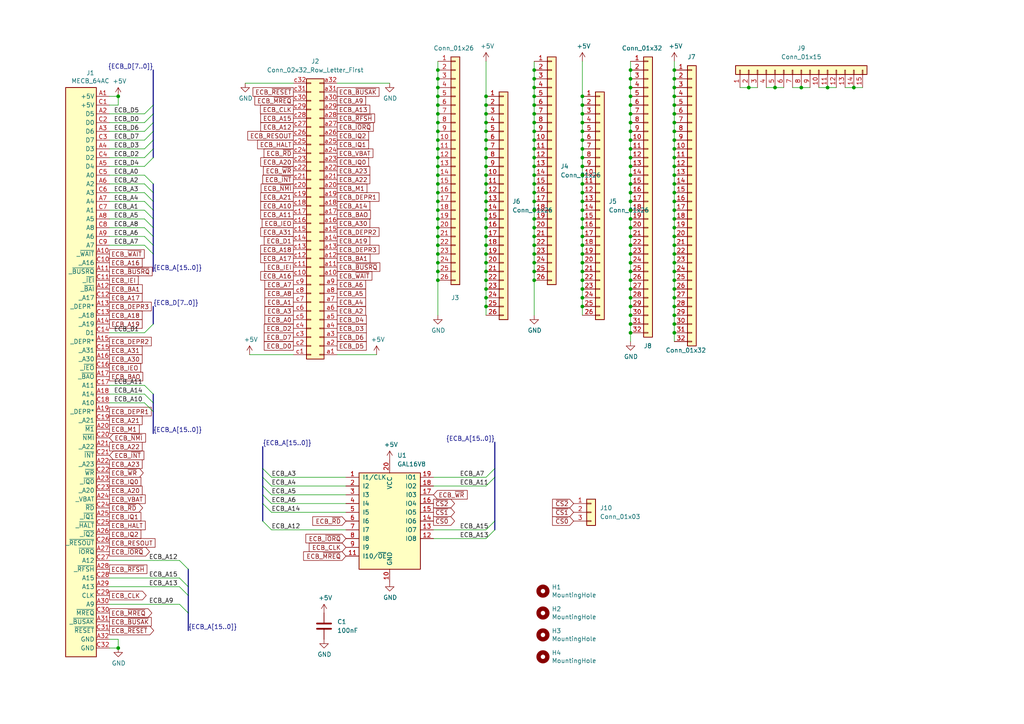
<source format=kicad_sch>
(kicad_sch (version 20230121) (generator eeschema)
  (paper "A4")
  (title_block (title "TLC-Template2 for MECB") (date "16/05/24") (rev "1.0") (company "TLC Stuff"))
  (junction (at 195.58 76.2))
  (junction (at 127 76.2))
  (junction (at 224.79 25.4))
  (junction (at 127 68.58))
  (junction (at 168.91 45.72))
  (junction (at 182.88 96.52))
  (junction (at 182.88 25.4))
  (junction (at 154.94 43.18))
  (junction (at 168.91 30.48))
  (junction (at 140.97 50.8))
  (junction (at 154.94 20.32))
  (junction (at 140.97 43.18))
  (junction (at 168.91 38.1))
  (junction (at 195.58 33.02))
  (junction (at 182.88 43.18))
  (junction (at 154.94 45.72))
  (junction (at 127 20.32))
  (junction (at 195.58 25.4))
  (junction (at 182.88 20.32))
  (junction (at 154.94 71.12))
  (junction (at 195.58 88.9))
  (junction (at 195.58 22.86))
  (junction (at 182.88 35.56))
  (junction (at 182.88 91.44))
  (junction (at 168.91 40.64))
  (junction (at 154.94 58.42))
  (junction (at 182.88 22.86))
  (junction (at 195.58 55.88))
  (junction (at 140.97 60.96))
  (junction (at 127 53.34))
  (junction (at 154.94 76.2))
  (junction (at 168.91 43.18))
  (junction (at 182.88 86.36))
  (junction (at 140.97 88.9))
  (junction (at 154.94 63.5))
  (junction (at 247.65 25.4))
  (junction (at 154.94 81.28))
  (junction (at 182.88 71.12))
  (junction (at 182.88 66.04))
  (junction (at 168.91 27.94))
  (junction (at 195.58 50.8))
  (junction (at 154.94 27.94))
  (junction (at 195.58 58.42))
  (junction (at 34.29 187.96))
  (junction (at 127 55.88))
  (junction (at 127 35.56))
  (junction (at 140.97 83.82))
  (junction (at 127 30.48))
  (junction (at 154.94 50.8))
  (junction (at 168.91 78.74))
  (junction (at 195.58 86.36))
  (junction (at 195.58 30.48))
  (junction (at 168.91 68.58))
  (junction (at 127 58.42))
  (junction (at 168.91 73.66))
  (junction (at 140.97 68.58))
  (junction (at 154.94 38.1))
  (junction (at 127 48.26))
  (junction (at 195.58 35.56))
  (junction (at 127 71.12))
  (junction (at 195.58 71.12))
  (junction (at 168.91 50.8))
  (junction (at 140.97 48.26))
  (junction (at 182.88 63.5))
  (junction (at 182.88 48.26))
  (junction (at 140.97 76.2))
  (junction (at 182.88 60.96))
  (junction (at 154.94 25.4))
  (junction (at 168.91 48.26))
  (junction (at 168.91 55.88))
  (junction (at 154.94 55.88))
  (junction (at 195.58 38.1))
  (junction (at 140.97 73.66))
  (junction (at 195.58 53.34))
  (junction (at 168.91 86.36))
  (junction (at 182.88 38.1))
  (junction (at 154.94 35.56))
  (junction (at 195.58 81.28))
  (junction (at 168.91 71.12))
  (junction (at 127 45.72))
  (junction (at 195.58 45.72))
  (junction (at 140.97 35.56))
  (junction (at 140.97 58.42))
  (junction (at 182.88 78.74))
  (junction (at 195.58 73.66))
  (junction (at 140.97 71.12))
  (junction (at 168.91 81.28))
  (junction (at 168.91 63.5))
  (junction (at 182.88 27.94))
  (junction (at 168.91 88.9))
  (junction (at 195.58 43.18))
  (junction (at 195.58 78.74))
  (junction (at 195.58 66.04))
  (junction (at 140.97 86.36))
  (junction (at 154.94 60.96))
  (junction (at 182.88 83.82))
  (junction (at 154.94 73.66))
  (junction (at 127 60.96))
  (junction (at 195.58 60.96))
  (junction (at 140.97 81.28))
  (junction (at 168.91 83.82))
  (junction (at 195.58 91.44))
  (junction (at 140.97 30.48))
  (junction (at 140.97 40.64))
  (junction (at 182.88 88.9))
  (junction (at 140.97 38.1))
  (junction (at 140.97 63.5))
  (junction (at 182.88 45.72))
  (junction (at 195.58 96.52))
  (junction (at 154.94 40.64))
  (junction (at 168.91 53.34))
  (junction (at 168.91 76.2))
  (junction (at 154.94 53.34))
  (junction (at 127 38.1))
  (junction (at 182.88 30.48))
  (junction (at 195.58 68.58))
  (junction (at 127 50.8))
  (junction (at 195.58 48.26))
  (junction (at 140.97 27.94))
  (junction (at 182.88 76.2))
  (junction (at 182.88 53.34))
  (junction (at 127 73.66))
  (junction (at 127 81.28))
  (junction (at 182.88 68.58))
  (junction (at 195.58 40.64))
  (junction (at 182.88 55.88))
  (junction (at 240.03 25.4))
  (junction (at 127 63.5))
  (junction (at 182.88 50.8))
  (junction (at 140.97 55.88))
  (junction (at 140.97 66.04))
  (junction (at 182.88 40.64))
  (junction (at 168.91 33.02))
  (junction (at 182.88 93.98))
  (junction (at 168.91 60.96))
  (junction (at 168.91 66.04))
  (junction (at 217.17 25.4))
  (junction (at 168.91 58.42))
  (junction (at 140.97 78.74))
  (junction (at 154.94 78.74))
  (junction (at 127 43.18))
  (junction (at 195.58 93.98))
  (junction (at 182.88 33.02))
  (junction (at 127 40.64))
  (junction (at 154.94 48.26))
  (junction (at 154.94 68.58))
  (junction (at 182.88 73.66))
  (junction (at 195.58 63.5))
  (junction (at 140.97 33.02))
  (junction (at 127 66.04))
  (junction (at 195.58 20.32))
  (junction (at 195.58 27.94))
  (junction (at 127 25.4))
  (junction (at 232.41 25.4))
  (junction (at 127 22.86))
  (junction (at 154.94 22.86))
  (junction (at 140.97 45.72))
  (junction (at 154.94 66.04))
  (junction (at 34.29 27.94))
  (junction (at 195.58 83.82))
  (junction (at 182.88 58.42))
  (junction (at 127 27.94))
  (junction (at 182.88 81.28))
  (junction (at 140.97 53.34))
  (junction (at 154.94 33.02))
  (junction (at 127 78.74))
  (junction (at 127 33.02))
  (junction (at 154.94 30.48))
  (junction (at 168.91 35.56))
  (bus_entry (at 44.45 53.34) (size -2.54 -2.54))
  (bus_entry (at 52.07 175.26) (size 2.54 2.54))
  (bus_entry (at 143.51 138.43) (size -2.54 2.54))
  (bus_entry (at 52.07 170.18) (size 2.54 2.54))
  (bus_entry (at 52.07 162.56) (size 2.54 2.54))
  (bus_entry (at 41.91 43.18) (size 2.54 -2.54))
  (bus_entry (at 41.91 38.1) (size 2.54 -2.54))
  (bus_entry (at 76.2 140.97) (size 2.54 2.54))
  (bus_entry (at 44.45 55.88) (size -2.54 -2.54))
  (bus_entry (at 44.45 63.5) (size -2.54 -2.54))
  (bus_entry (at 76.2 138.43) (size 2.54 2.54))
  (bus_entry (at 76.2 135.89) (size 2.54 2.54))
  (bus_entry (at 52.07 167.64) (size 2.54 2.54))
  (bus_entry (at 143.51 135.89) (size -2.54 2.54))
  (bus_entry (at 44.45 68.58) (size -2.54 -2.54))
  (bus_entry (at 76.2 146.05) (size 2.54 2.54))
  (bus_entry (at 41.91 48.26) (size 2.54 -2.54))
  (bus_entry (at 41.91 33.02) (size 2.54 -2.54))
  (bus_entry (at 41.91 116.84) (size 2.54 2.54))
  (bus_entry (at 41.91 111.76) (size 2.54 2.54))
  (bus_entry (at 41.91 96.52) (size 2.54 -2.54))
  (bus_entry (at 143.51 151.13) (size -2.54 2.54))
  (bus_entry (at 44.45 73.66) (size -2.54 -2.54))
  (bus_entry (at 41.91 45.72) (size 2.54 -2.54))
  (bus_entry (at 44.45 66.04) (size -2.54 -2.54))
  (bus_entry (at 76.2 143.51) (size 2.54 2.54))
  (bus_entry (at 41.91 35.56) (size 2.54 -2.54))
  (bus_entry (at 143.51 153.67) (size -2.54 2.54))
  (bus_entry (at 41.91 114.3) (size 2.54 2.54))
  (bus_entry (at 44.45 71.12) (size -2.54 -2.54))
  (bus_entry (at 76.2 151.13) (size 2.54 2.54))
  (bus_entry (at 41.91 40.64) (size 2.54 -2.54))
  (bus_entry (at 44.45 58.42) (size -2.54 -2.54))
  (bus_entry (at 44.45 60.96) (size -2.54 -2.54))
  (wire (pts (xy 182.88 22.86) (xy 182.88 25.4)))
  (wire (pts (xy 168.91 35.56) (xy 168.91 38.1)))
  (wire (pts (xy 168.91 17.78) (xy 168.91 27.94)))
  (bus (pts (xy 76.2 135.89) (xy 76.2 138.43)))
  (wire (pts (xy 31.75 40.64) (xy 41.91 40.64)))
  (wire (pts (xy 182.88 96.52) (xy 182.88 99.06)))
  (bus (pts (xy 76.2 140.97) (xy 76.2 143.51)))
  (wire (pts (xy 127 81.28) (xy 127 91.44)))
  (wire (pts (xy 154.94 55.88) (xy 154.94 58.42)))
  (wire (pts (xy 168.91 58.42) (xy 168.91 60.96)))
  (bus (pts (xy 44.45 20.32) (xy 44.45 30.48)))
  (wire (pts (xy 182.88 27.94) (xy 182.88 30.48)))
  (wire (pts (xy 127 55.88) (xy 127 58.42)))
  (wire (pts (xy 31.75 63.5) (xy 41.91 63.5)))
  (wire (pts (xy 140.97 55.88) (xy 140.97 58.42)))
  (bus (pts (xy 54.61 170.18) (xy 54.61 172.72)))
  (wire (pts (xy 154.94 35.56) (xy 154.94 38.1)))
  (wire (pts (xy 182.88 45.72) (xy 182.88 48.26)))
  (wire (pts (xy 168.91 27.94) (xy 168.91 30.48)))
  (wire (pts (xy 140.97 76.2) (xy 140.97 78.74)))
  (bus (pts (xy 44.45 66.04) (xy 44.45 68.58)))
  (wire (pts (xy 31.75 71.12) (xy 41.91 71.12)))
  (wire (pts (xy 195.58 60.96) (xy 195.58 63.5)))
  (wire (pts (xy 195.58 45.72) (xy 195.58 48.26)))
  (wire (pts (xy 195.58 91.44) (xy 195.58 93.98)))
  (bus (pts (xy 44.45 53.34) (xy 44.45 55.88)))
  (wire (pts (xy 31.75 185.42) (xy 34.29 185.42)))
  (wire (pts (xy 154.94 71.12) (xy 154.94 73.66)))
  (wire (pts (xy 182.88 93.98) (xy 182.88 96.52)))
  (wire (pts (xy 195.58 55.88) (xy 195.58 58.42)))
  (wire (pts (xy 195.58 27.94) (xy 195.58 30.48)))
  (wire (pts (xy 127 60.96) (xy 127 63.5)))
  (wire (pts (xy 140.97 66.04) (xy 140.97 68.58)))
  (wire (pts (xy 195.58 68.58) (xy 195.58 71.12)))
  (wire (pts (xy 127 17.78) (xy 127 20.32)))
  (wire (pts (xy 31.75 116.84) (xy 41.91 116.84)))
  (wire (pts (xy 31.75 53.34) (xy 41.91 53.34)))
  (wire (pts (xy 154.94 73.66) (xy 154.94 76.2)))
  (wire (pts (xy 140.97 63.5) (xy 140.97 66.04)))
  (wire (pts (xy 127 78.74) (xy 127 81.28)))
  (wire (pts (xy 182.88 81.28) (xy 182.88 83.82)))
  (wire (pts (xy 31.75 45.72) (xy 41.91 45.72)))
  (wire (pts (xy 140.97 38.1) (xy 140.97 40.64)))
  (wire (pts (xy 140.97 81.28) (xy 140.97 83.82)))
  (wire (pts (xy 127 76.2) (xy 127 78.74)))
  (wire (pts (xy 182.88 17.78) (xy 182.88 20.32)))
  (wire (pts (xy 195.58 58.42) (xy 195.58 60.96)))
  (wire (pts (xy 125.73 138.43) (xy 140.97 138.43)))
  (wire (pts (xy 168.91 50.8) (xy 168.91 53.34)))
  (wire (pts (xy 195.58 78.74) (xy 195.58 81.28)))
  (wire (pts (xy 154.94 63.5) (xy 154.94 66.04)))
  (wire (pts (xy 168.91 45.72) (xy 168.91 48.26)))
  (wire (pts (xy 154.94 48.26) (xy 154.94 50.8)))
  (wire (pts (xy 195.58 20.32) (xy 195.58 22.86)))
  (wire (pts (xy 168.91 40.64) (xy 168.91 43.18)))
  (wire (pts (xy 31.75 38.1) (xy 41.91 38.1)))
  (wire (pts (xy 125.73 156.21) (xy 140.97 156.21)))
  (wire (pts (xy 31.75 162.56) (xy 52.07 162.56)))
  (wire (pts (xy 31.75 48.26) (xy 41.91 48.26)))
  (wire (pts (xy 31.75 50.8) (xy 41.91 50.8)))
  (bus (pts (xy 44.45 88.9) (xy 44.45 93.98)))
  (wire (pts (xy 154.94 33.02) (xy 154.94 35.56)))
  (wire (pts (xy 195.58 53.34) (xy 195.58 55.88)))
  (wire (pts (xy 127 30.48) (xy 127 33.02)))
  (wire (pts (xy 168.91 55.88) (xy 168.91 58.42)))
  (wire (pts (xy 168.91 88.9) (xy 168.91 91.44)))
  (bus (pts (xy 44.45 43.18) (xy 44.45 45.72)))
  (wire (pts (xy 229.87 25.4) (xy 232.41 25.4)))
  (wire (pts (xy 168.91 78.74) (xy 168.91 81.28)))
  (wire (pts (xy 127 71.12) (xy 127 73.66)))
  (wire (pts (xy 154.94 66.04) (xy 154.94 68.58)))
  (wire (pts (xy 195.58 30.48) (xy 195.58 33.02)))
  (wire (pts (xy 31.75 33.02) (xy 41.91 33.02)))
  (wire (pts (xy 31.75 43.18) (xy 41.91 43.18)))
  (wire (pts (xy 31.75 60.96) (xy 41.91 60.96)))
  (wire (pts (xy 31.75 58.42) (xy 41.91 58.42)))
  (wire (pts (xy 78.74 148.59) (xy 100.33 148.59)))
  (bus (pts (xy 54.61 172.72) (xy 54.61 177.8)))
  (bus (pts (xy 76.2 143.51) (xy 76.2 146.05)))
  (wire (pts (xy 31.75 167.64) (xy 52.07 167.64)))
  (bus (pts (xy 44.45 55.88) (xy 44.45 58.42)))
  (wire (pts (xy 168.91 38.1) (xy 168.91 40.64)))
  (wire (pts (xy 140.97 58.42) (xy 140.97 60.96)))
  (wire (pts (xy 168.91 76.2) (xy 168.91 78.74)))
  (wire (pts (xy 154.94 27.94) (xy 154.94 30.48)))
  (bus (pts (xy 44.45 68.58) (xy 44.45 71.12)))
  (wire (pts (xy 140.97 33.02) (xy 140.97 35.56)))
  (wire (pts (xy 31.75 55.88) (xy 41.91 55.88)))
  (wire (pts (xy 31.75 111.76) (xy 41.91 111.76)))
  (wire (pts (xy 168.91 66.04) (xy 168.91 68.58)))
  (wire (pts (xy 195.58 96.52) (xy 195.58 99.06)))
  (bus (pts (xy 76.2 138.43) (xy 76.2 140.97)))
  (wire (pts (xy 195.58 35.56) (xy 195.58 38.1)))
  (wire (pts (xy 140.97 71.12) (xy 140.97 73.66)))
  (wire (pts (xy 31.75 114.3) (xy 41.91 114.3)))
  (wire (pts (xy 168.91 60.96) (xy 168.91 63.5)))
  (wire (pts (xy 140.97 83.82) (xy 140.97 86.36)))
  (wire (pts (xy 182.88 58.42) (xy 182.88 60.96)))
  (wire (pts (xy 182.88 55.88) (xy 182.88 58.42)))
  (wire (pts (xy 154.94 53.34) (xy 154.94 55.88)))
  (wire (pts (xy 127 35.56) (xy 127 38.1)))
  (wire (pts (xy 31.75 68.58) (xy 41.91 68.58)))
  (wire (pts (xy 154.94 17.78) (xy 154.94 20.32)))
  (wire (pts (xy 154.94 76.2) (xy 154.94 78.74)))
  (wire (pts (xy 140.97 68.58) (xy 140.97 71.12)))
  (wire (pts (xy 182.88 86.36) (xy 182.88 88.9)))
  (wire (pts (xy 195.58 71.12) (xy 195.58 73.66)))
  (wire (pts (xy 140.97 48.26) (xy 140.97 50.8)))
  (wire (pts (xy 222.25 25.4) (xy 224.79 25.4)))
  (wire (pts (xy 168.91 53.34) (xy 168.91 55.88)))
  (wire (pts (xy 195.58 38.1) (xy 195.58 40.64)))
  (wire (pts (xy 97.79 102.87) (xy 109.22 102.87)))
  (wire (pts (xy 127 50.8) (xy 127 53.34)))
  (wire (pts (xy 182.88 43.18) (xy 182.88 45.72)))
  (wire (pts (xy 195.58 83.82) (xy 195.58 86.36)))
  (bus (pts (xy 44.45 71.12) (xy 44.45 73.66)))
  (wire (pts (xy 224.79 25.4) (xy 227.33 25.4)))
  (wire (pts (xy 168.91 63.5) (xy 168.91 66.04)))
  (wire (pts (xy 154.94 58.42) (xy 154.94 60.96)))
  (bus (pts (xy 44.45 116.84) (xy 44.45 119.38)))
  (wire (pts (xy 182.88 25.4) (xy 182.88 27.94)))
  (wire (pts (xy 140.97 78.74) (xy 140.97 81.28)))
  (wire (pts (xy 31.75 35.56) (xy 41.91 35.56)))
  (bus (pts (xy 54.61 165.1) (xy 54.61 170.18)))
  (wire (pts (xy 127 27.94) (xy 127 30.48)))
  (bus (pts (xy 76.2 146.05) (xy 76.2 151.13)))
  (wire (pts (xy 140.97 27.94) (xy 140.97 30.48)))
  (wire (pts (xy 154.94 78.74) (xy 154.94 81.28)))
  (bus (pts (xy 76.2 129.54) (xy 76.2 135.89)))
  (wire (pts (xy 195.58 66.04) (xy 195.58 68.58)))
  (wire (pts (xy 127 53.34) (xy 127 55.88)))
  (wire (pts (xy 168.91 83.82) (xy 168.91 86.36)))
  (bus (pts (xy 143.51 128.27) (xy 143.51 135.89)))
  (wire (pts (xy 125.73 153.67) (xy 140.97 153.67)))
  (wire (pts (xy 78.74 140.97) (xy 100.33 140.97)))
  (wire (pts (xy 127 20.32) (xy 127 22.86)))
  (wire (pts (xy 154.94 81.28) (xy 154.94 91.44)))
  (wire (pts (xy 195.58 81.28) (xy 195.58 83.82)))
  (wire (pts (xy 31.75 96.52) (xy 41.91 96.52)))
  (wire (pts (xy 182.88 20.32) (xy 182.88 22.86)))
  (bus (pts (xy 54.61 177.8) (xy 54.61 182.88)))
  (wire (pts (xy 154.94 40.64) (xy 154.94 43.18)))
  (wire (pts (xy 182.88 48.26) (xy 182.88 50.8)))
  (wire (pts (xy 127 33.02) (xy 127 35.56)))
  (wire (pts (xy 168.91 71.12) (xy 168.91 73.66)))
  (bus (pts (xy 44.45 38.1) (xy 44.45 40.64)))
  (bus (pts (xy 44.45 40.64) (xy 44.45 43.18)))
  (wire (pts (xy 182.88 40.64) (xy 182.88 43.18)))
  (wire (pts (xy 127 68.58) (xy 127 71.12)))
  (wire (pts (xy 182.88 66.04) (xy 182.88 68.58)))
  (wire (pts (xy 140.97 30.48) (xy 140.97 33.02)))
  (wire (pts (xy 168.91 33.02) (xy 168.91 35.56)))
  (wire (pts (xy 195.58 33.02) (xy 195.58 35.56)))
  (wire (pts (xy 34.29 30.48) (xy 34.29 27.94)))
  (wire (pts (xy 182.88 78.74) (xy 182.88 81.28)))
  (wire (pts (xy 78.74 143.51) (xy 100.33 143.51)))
  (wire (pts (xy 31.75 30.48) (xy 34.29 30.48)))
  (wire (pts (xy 168.91 73.66) (xy 168.91 76.2)))
  (bus (pts (xy 143.51 151.13) (xy 143.51 153.67)))
  (wire (pts (xy 31.75 170.18) (xy 52.07 170.18)))
  (wire (pts (xy 140.97 86.36) (xy 140.97 88.9)))
  (wire (pts (xy 182.88 30.48) (xy 182.88 33.02)))
  (wire (pts (xy 127 22.86) (xy 127 25.4)))
  (wire (pts (xy 140.97 17.78) (xy 140.97 27.94)))
  (wire (pts (xy 195.58 73.66) (xy 195.58 76.2)))
  (wire (pts (xy 154.94 60.96) (xy 154.94 63.5)))
  (wire (pts (xy 154.94 30.48) (xy 154.94 33.02)))
  (wire (pts (xy 97.79 24.13) (xy 113.03 24.13)))
  (wire (pts (xy 182.88 60.96) (xy 182.88 63.5)))
  (wire (pts (xy 78.74 146.05) (xy 100.33 146.05)))
  (wire (pts (xy 182.88 76.2) (xy 182.88 78.74)))
  (wire (pts (xy 217.17 25.4) (xy 219.71 25.4)))
  (wire (pts (xy 127 38.1) (xy 127 40.64)))
  (wire (pts (xy 127 25.4) (xy 127 27.94)))
  (wire (pts (xy 195.58 40.64) (xy 195.58 43.18)))
  (bus (pts (xy 44.45 119.38) (xy 44.45 125.73)))
  (wire (pts (xy 127 45.72) (xy 127 48.26)))
  (wire (pts (xy 127 48.26) (xy 127 50.8)))
  (wire (pts (xy 34.29 185.42) (xy 34.29 187.96)))
  (wire (pts (xy 247.65 25.4) (xy 250.19 25.4)))
  (wire (pts (xy 71.12 24.13) (xy 85.09 24.13)))
  (wire (pts (xy 154.94 25.4) (xy 154.94 27.94)))
  (wire (pts (xy 182.88 83.82) (xy 182.88 86.36)))
  (wire (pts (xy 127 63.5) (xy 127 66.04)))
  (wire (pts (xy 140.97 40.64) (xy 140.97 43.18)))
  (wire (pts (xy 154.94 20.32) (xy 154.94 22.86)))
  (wire (pts (xy 127 66.04) (xy 127 68.58)))
  (wire (pts (xy 168.91 30.48) (xy 168.91 33.02)))
  (wire (pts (xy 182.88 63.5) (xy 182.88 66.04)))
  (wire (pts (xy 140.97 35.56) (xy 140.97 38.1)))
  (wire (pts (xy 168.91 81.28) (xy 168.91 83.82)))
  (wire (pts (xy 127 73.66) (xy 127 76.2)))
  (wire (pts (xy 182.88 88.9) (xy 182.88 91.44)))
  (wire (pts (xy 31.75 187.96) (xy 34.29 187.96)))
  (wire (pts (xy 125.73 140.97) (xy 140.97 140.97)))
  (wire (pts (xy 195.58 50.8) (xy 195.58 53.34)))
  (bus (pts (xy 44.45 73.66) (xy 44.45 78.74)))
  (wire (pts (xy 140.97 60.96) (xy 140.97 63.5)))
  (wire (pts (xy 182.88 71.12) (xy 182.88 73.66)))
  (wire (pts (xy 154.94 45.72) (xy 154.94 48.26)))
  (bus (pts (xy 44.45 33.02) (xy 44.45 35.56)))
  (wire (pts (xy 195.58 63.5) (xy 195.58 66.04)))
  (wire (pts (xy 195.58 43.18) (xy 195.58 45.72)))
  (wire (pts (xy 140.97 50.8) (xy 140.97 53.34)))
  (wire (pts (xy 140.97 43.18) (xy 140.97 45.72)))
  (wire (pts (xy 168.91 48.26) (xy 168.91 50.8)))
  (wire (pts (xy 154.94 38.1) (xy 154.94 40.64)))
  (wire (pts (xy 195.58 86.36) (xy 195.58 88.9)))
  (wire (pts (xy 195.58 22.86) (xy 195.58 25.4)))
  (wire (pts (xy 182.88 53.34) (xy 182.88 55.88)))
  (wire (pts (xy 168.91 43.18) (xy 168.91 45.72)))
  (wire (pts (xy 195.58 25.4) (xy 195.58 27.94)))
  (bus (pts (xy 44.45 58.42) (xy 44.45 60.96)))
  (wire (pts (xy 154.94 22.86) (xy 154.94 25.4)))
  (wire (pts (xy 182.88 35.56) (xy 182.88 38.1)))
  (wire (pts (xy 140.97 73.66) (xy 140.97 76.2)))
  (wire (pts (xy 214.63 25.4) (xy 217.17 25.4)))
  (wire (pts (xy 240.03 25.4) (xy 242.57 25.4)))
  (wire (pts (xy 154.94 68.58) (xy 154.94 71.12)))
  (wire (pts (xy 195.58 17.78) (xy 195.58 20.32)))
  (wire (pts (xy 195.58 76.2) (xy 195.58 78.74)))
  (wire (pts (xy 195.58 93.98) (xy 195.58 96.52)))
  (bus (pts (xy 44.45 114.3) (xy 44.45 116.84)))
  (wire (pts (xy 182.88 38.1) (xy 182.88 40.64)))
  (bus (pts (xy 143.51 135.89) (xy 143.51 138.43)))
  (wire (pts (xy 127 40.64) (xy 127 43.18)))
  (bus (pts (xy 44.45 63.5) (xy 44.45 66.04)))
  (bus (pts (xy 143.51 138.43) (xy 143.51 151.13)))
  (wire (pts (xy 182.88 91.44) (xy 182.88 93.98)))
  (wire (pts (xy 154.94 50.8) (xy 154.94 53.34)))
  (bus (pts (xy 44.45 35.56) (xy 44.45 38.1)))
  (wire (pts (xy 127 43.18) (xy 127 45.72)))
  (wire (pts (xy 182.88 68.58) (xy 182.88 71.12)))
  (wire (pts (xy 168.91 68.58) (xy 168.91 71.12)))
  (wire (pts (xy 237.49 25.4) (xy 240.03 25.4)))
  (wire (pts (xy 140.97 45.72) (xy 140.97 48.26)))
  (wire (pts (xy 78.74 138.43) (xy 100.33 138.43)))
  (wire (pts (xy 195.58 88.9) (xy 195.58 91.44)))
  (wire (pts (xy 140.97 88.9) (xy 140.97 91.44)))
  (wire (pts (xy 140.97 53.34) (xy 140.97 55.88)))
  (wire (pts (xy 78.74 153.67) (xy 100.33 153.67)))
  (wire (pts (xy 127 58.42) (xy 127 60.96)))
  (wire (pts (xy 31.75 66.04) (xy 41.91 66.04)))
  (wire (pts (xy 182.88 33.02) (xy 182.88 35.56)))
  (wire (pts (xy 182.88 50.8) (xy 182.88 53.34)))
  (wire (pts (xy 72.39 102.87) (xy 85.09 102.87)))
  (wire (pts (xy 195.58 48.26) (xy 195.58 50.8)))
  (bus (pts (xy 44.45 60.96) (xy 44.45 63.5)))
  (wire (pts (xy 168.91 86.36) (xy 168.91 88.9)))
  (wire (pts (xy 232.41 25.4) (xy 234.95 25.4)))
  (wire (pts (xy 245.11 25.4) (xy 247.65 25.4)))
  (wire (pts (xy 31.75 175.26) (xy 52.07 175.26)))
  (wire (pts (xy 31.75 27.94) (xy 34.29 27.94)))
  (wire (pts (xy 182.88 73.66) (xy 182.88 76.2)))
  (wire (pts (xy 154.94 43.18) (xy 154.94 45.72)))
  (bus (pts (xy 44.45 30.48) (xy 44.45 33.02)))
  (label "ECB_A3" (at 78.74 138.43 0))
  (label "ECB_A15" (at 43.18 167.64 0))
  (label "ECB_D3" (at 33.02 43.18 0))
  (label "ECB_A12" (at 43.18 162.56 0))
  (label "{ECB_D[7..0]}" (at 44.45 20.32 180))
  (label "{ECB_D[7..0]}" (at 44.45 88.9 0))
  (label "ECB_A12" (at 78.74 153.67 0))
  (label "ECB_A5" (at 78.74 143.51 0))
  (label "ECB_D0" (at 33.02 35.56 0))
  (label "ECB_A0" (at 33.02 50.8 0))
  (label "ECB_D7" (at 33.02 40.64 0))
  (label "ECB_D6" (at 33.02 38.1 0))
  (label "ECB_A4" (at 78.74 140.97 0))
  (label "ECB_A6" (at 33.02 68.58 0))
  (label "ECB_D5" (at 33.02 33.02 0))
  (label "ECB_A15" (at 133.35 153.67 0))
  (label "ECB_A11" (at 33.02 111.76 0))
  (label "ECB_A4" (at 33.02 58.42 0))
  (label "{ECB_A[15..0]}" (at 44.45 78.74 0))
  (label "ECB_A3" (at 33.02 55.88 0))
  (label "ECB_A2" (at 33.02 53.34 0))
  (label "ECB_A10" (at 33.02 116.84 0))
  (label "{ECB_A[15..0]}" (at 54.61 182.88 0))
  (label "ECB_A5" (at 33.02 63.5 0))
  (label "ECB_A11" (at 133.35 140.97 0))
  (label "{ECB_A[15..0]}" (at 44.45 125.73 0))
  (label "ECB_D4" (at 33.02 48.26 0))
  (label "ECB_A8" (at 33.02 66.04 0))
  (label "ECB_D1" (at 33.02 96.52 0))
  (label "ECB_A6" (at 78.74 146.05 0))
  (label "ECB_A13" (at 133.35 156.21 0))
  (label "ECB_A9" (at 43.18 175.26 0))
  (label "ECB_A13" (at 43.18 170.18 0))
  (label "ECB_A14" (at 78.74 148.59 0))
  (label "{ECB_A[15..0]}" (at 76.2 129.54 0))
  (label "ECB_A7" (at 33.02 71.12 0))
  (label "ECB_D2" (at 33.02 45.72 0))
  (label "ECB_A7" (at 133.35 138.43 0))
  (label "{ECB_A[15..0]}" (at 143.51 128.27 180))
  (label "ECB_A14" (at 33.02 114.3 0))
  (label "ECB_A1" (at 33.02 60.96 0))
  (global_label "ECB_A22" (shape passive) (at 31.75 129.54 0) (property "Intersheetrefs" "${INTERSHEET_REFS}" (effects hide)))
  (global_label "ECB_D3" (shape passive) (at 97.79 95.25 0) (property "Intersheetrefs" "${INTERSHEET_REFS}" (effects hide)))
  (global_label "ECB_~{RESET}" (shape output) (at 31.75 182.88 0) (property "Intersheetrefs" "${INTERSHEET_REFS}" (effects hide)))
  (global_label "ECB_~{MREQ}" (shape output) (at 31.75 177.8 0) (property "Intersheetrefs" "${INTERSHEET_REFS}" (effects hide)))
  (global_label "ECB_D6" (shape passive) (at 97.79 97.79 0) (property "Intersheetrefs" "${INTERSHEET_REFS}" (effects hide)))
  (global_label "ECB_BA1" (shape passive) (at 31.75 83.82 0) (property "Intersheetrefs" "${INTERSHEET_REFS}" (effects hide)))
  (global_label "ECB_A1" (shape passive) (at 85.09 87.63 180) (property "Intersheetrefs" "${INTERSHEET_REFS}" (effects hide)))
  (global_label "ECB_~{BUSRQ}" (shape passive) (at 97.79 77.47 0) (property "Intersheetrefs" "${INTERSHEET_REFS}" (effects hide)))
  (global_label "~{CS1}" (shape input) (at 166.37 148.59 180) (property "Intersheetrefs" "${INTERSHEET_REFS}" (effects hide)))
  (global_label "~{CS1}" (shape output) (at 125.73 148.59 0) (property "Intersheetrefs" "${INTERSHEET_REFS}" (effects hide)))
  (global_label "ECB_A6" (shape passive) (at 97.79 82.55 0) (property "Intersheetrefs" "${INTERSHEET_REFS}" (effects hide)))
  (global_label "ECB_A19" (shape passive) (at 97.79 69.85 0) (property "Intersheetrefs" "${INTERSHEET_REFS}" (effects hide)))
  (global_label "ECB_A3" (shape passive) (at 85.09 90.17 180) (property "Intersheetrefs" "${INTERSHEET_REFS}" (effects hide)))
  (global_label "ECB_A21" (shape passive) (at 31.75 121.92 0) (property "Intersheetrefs" "${INTERSHEET_REFS}" (effects hide)))
  (global_label "ECB_A4" (shape passive) (at 97.79 87.63 0) (property "Intersheetrefs" "${INTERSHEET_REFS}" (effects hide)))
  (global_label "ECB_CLK" (shape output) (at 31.75 172.72 0) (property "Intersheetrefs" "${INTERSHEET_REFS}" (effects hide)))
  (global_label "ECB_A17" (shape passive) (at 85.09 74.93 180) (property "Intersheetrefs" "${INTERSHEET_REFS}" (effects hide)))
  (global_label "~{CS0}" (shape input) (at 166.37 151.13 180) (property "Intersheetrefs" "${INTERSHEET_REFS}" (effects hide)))
  (global_label "ECB_~{RFSH}" (shape passive) (at 97.79 34.29 0) (property "Intersheetrefs" "${INTERSHEET_REFS}" (effects hide)))
  (global_label "ECB_DEPR3" (shape passive) (at 31.75 88.9 0) (property "Intersheetrefs" "${INTERSHEET_REFS}" (effects hide)))
  (global_label "ECB_IQ2" (shape passive) (at 31.75 154.94 0) (property "Intersheetrefs" "${INTERSHEET_REFS}" (effects hide)))
  (global_label "ECB_~{IORQ}" (shape input) (at 100.33 156.21 180) (property "Intersheetrefs" "${INTERSHEET_REFS}" (effects hide)))
  (global_label "ECB_IEO" (shape passive) (at 85.09 64.77 180) (property "Intersheetrefs" "${INTERSHEET_REFS}" (effects hide)))
  (global_label "ECB_A20" (shape passive) (at 85.09 46.99 180) (property "Intersheetrefs" "${INTERSHEET_REFS}" (effects hide)))
  (global_label "ECB_CLK" (shape input) (at 100.33 158.75 180) (property "Intersheetrefs" "${INTERSHEET_REFS}" (effects hide)))
  (global_label "ECB_A8" (shape passive) (at 85.09 85.09 180) (property "Intersheetrefs" "${INTERSHEET_REFS}" (effects hide)))
  (global_label "ECB_~{INT}" (shape input) (at 31.75 132.08 0) (property "Intersheetrefs" "${INTERSHEET_REFS}" (effects hide)))
  (global_label "ECB_~{IORQ}" (shape passive) (at 97.79 36.83 0) (property "Intersheetrefs" "${INTERSHEET_REFS}" (effects hide)))
  (global_label "ECB_D2" (shape passive) (at 85.09 95.25 180) (property "Intersheetrefs" "${INTERSHEET_REFS}" (effects hide)))
  (global_label "ECB_D1" (shape passive) (at 85.09 69.85 180) (property "Intersheetrefs" "${INTERSHEET_REFS}" (effects hide)))
  (global_label "ECB_IEI" (shape passive) (at 85.09 77.47 180) (property "Intersheetrefs" "${INTERSHEET_REFS}" (effects hide)))
  (global_label "ECB_~{IORQ}" (shape output) (at 31.75 160.02 0) (property "Intersheetrefs" "${INTERSHEET_REFS}" (effects hide)))
  (global_label "ECB_A30" (shape passive) (at 31.75 104.14 0) (property "Intersheetrefs" "${INTERSHEET_REFS}" (effects hide)))
  (global_label "ECB_~{RESET}" (shape passive) (at 85.09 26.67 180) (property "Intersheetrefs" "${INTERSHEET_REFS}" (effects hide)))
  (global_label "ECB_~{RD}" (shape input) (at 100.33 151.13 180) (property "Intersheetrefs" "${INTERSHEET_REFS}" (effects hide)))
  (global_label "ECB_~{WR}" (shape passive) (at 85.09 49.53 180) (property "Intersheetrefs" "${INTERSHEET_REFS}" (effects hide)))
  (global_label "ECB_DEPR2" (shape passive) (at 31.75 99.06 0) (property "Intersheetrefs" "${INTERSHEET_REFS}" (effects hide)))
  (global_label "ECB_BAO" (shape passive) (at 31.75 109.22 0) (property "Intersheetrefs" "${INTERSHEET_REFS}" (effects hide)))
  (global_label "ECB_A15" (shape passive) (at 85.09 34.29 180) (property "Intersheetrefs" "${INTERSHEET_REFS}" (effects hide)))
  (global_label "ECB_CLK" (shape passive) (at 85.09 31.75 180) (property "Intersheetrefs" "${INTERSHEET_REFS}" (effects hide)))
  (global_label "ECB_A30" (shape passive) (at 97.79 64.77 0) (property "Intersheetrefs" "${INTERSHEET_REFS}" (effects hide)))
  (global_label "ECB_~{MREQ}" (shape passive) (at 85.09 29.21 180) (property "Intersheetrefs" "${INTERSHEET_REFS}" (effects hide)))
  (global_label "~{CS2}" (shape output) (at 125.73 146.05 0) (property "Intersheetrefs" "${INTERSHEET_REFS}" (effects hide)))
  (global_label "ECB_IQ1" (shape passive) (at 31.75 149.86 0) (property "Intersheetrefs" "${INTERSHEET_REFS}" (effects hide)))
  (global_label "ECB_IQ2" (shape passive) (at 97.79 39.37 0) (property "Intersheetrefs" "${INTERSHEET_REFS}" (effects hide)))
  (global_label "ECB_RESOUT" (shape passive) (at 85.09 39.37 180) (property "Intersheetrefs" "${INTERSHEET_REFS}" (effects hide)))
  (global_label "ECB_A12" (shape passive) (at 85.09 36.83 180) (property "Intersheetrefs" "${INTERSHEET_REFS}" (effects hide)))
  (global_label "ECB_A10" (shape passive) (at 85.09 59.69 180) (property "Intersheetrefs" "${INTERSHEET_REFS}" (effects hide)))
  (global_label "ECB_D0" (shape passive) (at 85.09 100.33 180) (property "Intersheetrefs" "${INTERSHEET_REFS}" (effects hide)))
  (global_label "ECB_D7" (shape passive) (at 85.09 97.79 180) (property "Intersheetrefs" "${INTERSHEET_REFS}" (effects hide)))
  (global_label "ECB_A7" (shape passive) (at 85.09 82.55 180) (property "Intersheetrefs" "${INTERSHEET_REFS}" (effects hide)))
  (global_label "ECB_A22" (shape passive) (at 97.79 52.07 0) (property "Intersheetrefs" "${INTERSHEET_REFS}" (effects hide)))
  (global_label "ECB_~{BUSRQ}" (shape passive) (at 31.75 78.74 0) (property "Intersheetrefs" "${INTERSHEET_REFS}" (effects hide)))
  (global_label "ECB_~{MREQ}" (shape input) (at 100.33 161.29 180) (property "Intersheetrefs" "${INTERSHEET_REFS}" (effects hide)))
  (global_label "ECB_A13" (shape passive) (at 97.79 31.75 0) (property "Intersheetrefs" "${INTERSHEET_REFS}" (effects hide)))
  (global_label "ECB_DEPR1" (shape passive) (at 97.79 57.15 0) (property "Intersheetrefs" "${INTERSHEET_REFS}" (effects hide)))
  (global_label "ECB_BA1" (shape passive) (at 97.79 74.93 0) (property "Intersheetrefs" "${INTERSHEET_REFS}" (effects hide)))
  (global_label "ECB_HALT" (shape passive) (at 85.09 41.91 180) (property "Intersheetrefs" "${INTERSHEET_REFS}" (effects hide)))
  (global_label "ECB_IQ1" (shape passive) (at 97.79 41.91 0) (property "Intersheetrefs" "${INTERSHEET_REFS}" (effects hide)))
  (global_label "ECB_A2" (shape passive) (at 97.79 90.17 0) (property "Intersheetrefs" "${INTERSHEET_REFS}" (effects hide)))
  (global_label "ECB_IQ0" (shape passive) (at 31.75 139.7 0) (property "Intersheetrefs" "${INTERSHEET_REFS}" (effects hide)))
  (global_label "ECB_A23" (shape passive) (at 97.79 49.53 0) (property "Intersheetrefs" "${INTERSHEET_REFS}" (effects hide)))
  (global_label "ECB_VBAT" (shape passive) (at 97.79 44.45 0) (property "Intersheetrefs" "${INTERSHEET_REFS}" (effects hide)))
  (global_label "ECB_A21" (shape passive) (at 85.09 57.15 180) (property "Intersheetrefs" "${INTERSHEET_REFS}" (effects hide)))
  (global_label "ECB_A23" (shape passive) (at 31.75 134.62 0) (property "Intersheetrefs" "${INTERSHEET_REFS}" (effects hide)))
  (global_label "ECB_A11" (shape passive) (at 85.09 62.23 180) (property "Intersheetrefs" "${INTERSHEET_REFS}" (effects hide)))
  (global_label "ECB_DEPR1" (shape passive) (at 31.75 119.38 0) (property "Intersheetrefs" "${INTERSHEET_REFS}" (effects hide)))
  (global_label "ECB_A18" (shape passive) (at 31.75 91.44 0) (property "Intersheetrefs" "${INTERSHEET_REFS}" (effects hide)))
  (global_label "ECB_A14" (shape passive) (at 97.79 59.69 0) (property "Intersheetrefs" "${INTERSHEET_REFS}" (effects hide)))
  (global_label "ECB_~{BUSAK}" (shape passive) (at 97.79 26.67 0) (property "Intersheetrefs" "${INTERSHEET_REFS}" (effects hide)))
  (global_label "ECB_~{INT}" (shape passive) (at 85.09 52.07 180) (property "Intersheetrefs" "${INTERSHEET_REFS}" (effects hide)))
  (global_label "ECB_~{RFSH}" (shape passive) (at 31.75 165.1 0) (property "Intersheetrefs" "${INTERSHEET_REFS}" (effects hide)))
  (global_label "ECB_~{WAIT}" (shape passive) (at 97.79 80.01 0) (property "Intersheetrefs" "${INTERSHEET_REFS}" (effects hide)))
  (global_label "ECB_DEPR3" (shape passive) (at 97.79 72.39 0) (property "Intersheetrefs" "${INTERSHEET_REFS}" (effects hide)))
  (global_label "ECB_IQ0" (shape passive) (at 97.79 46.99 0) (property "Intersheetrefs" "${INTERSHEET_REFS}" (effects hide)))
  (global_label "ECB_~{BUSAK}" (shape passive) (at 31.75 180.34 0) (property "Intersheetrefs" "${INTERSHEET_REFS}" (effects hide)))
  (global_label "ECB_~{WR}" (shape output) (at 31.75 137.16 0) (property "Intersheetrefs" "${INTERSHEET_REFS}" (effects hide)))
  (global_label "~{CS2}" (shape input) (at 166.37 146.05 180) (property "Intersheetrefs" "${INTERSHEET_REFS}" (effects hide)))
  (global_label "ECB_IEI" (shape passive) (at 31.75 81.28 0) (property "Intersheetrefs" "${INTERSHEET_REFS}" (effects hide)))
  (global_label "ECB_~{WAIT}" (shape passive) (at 31.75 73.66 0) (property "Intersheetrefs" "${INTERSHEET_REFS}" (effects hide)))
  (global_label "ECB_~{RD}" (shape passive) (at 85.09 44.45 180) (property "Intersheetrefs" "${INTERSHEET_REFS}" (effects hide)))
  (global_label "ECB_IEO" (shape passive) (at 31.75 106.68 0) (property "Intersheetrefs" "${INTERSHEET_REFS}" (effects hide)))
  (global_label "ECB_D5" (shape passive) (at 97.79 100.33 0) (property "Intersheetrefs" "${INTERSHEET_REFS}" (effects hide)))
  (global_label "ECB_DEPR2" (shape passive) (at 97.79 67.31 0) (property "Intersheetrefs" "${INTERSHEET_REFS}" (effects hide)))
  (global_label "ECB_A18" (shape passive) (at 85.09 72.39 180) (property "Intersheetrefs" "${INTERSHEET_REFS}" (effects hide)))
  (global_label "ECB_BAO" (shape passive) (at 97.79 62.23 0) (property "Intersheetrefs" "${INTERSHEET_REFS}" (effects hide)))
  (global_label "ECB_A0" (shape passive) (at 85.09 92.71 180) (property "Intersheetrefs" "${INTERSHEET_REFS}" (effects hide)))
  (global_label "ECB_A17" (shape passive) (at 31.75 86.36 0) (property "Intersheetrefs" "${INTERSHEET_REFS}" (effects hide)))
  (global_label "ECB_~{NMI}" (shape passive) (at 85.09 54.61 180) (property "Intersheetrefs" "${INTERSHEET_REFS}" (effects hide)))
  (global_label "ECB_D4" (shape passive) (at 97.79 92.71 0) (property "Intersheetrefs" "${INTERSHEET_REFS}" (effects hide)))
  (global_label "ECB_~{NMI}" (shape input) (at 31.75 127 0) (property "Intersheetrefs" "${INTERSHEET_REFS}" (effects hide)))
  (global_label "ECB_A9" (shape passive) (at 97.79 29.21 0) (property "Intersheetrefs" "${INTERSHEET_REFS}" (effects hide)))
  (global_label "ECB_RESOUT" (shape passive) (at 31.75 157.48 0) (property "Intersheetrefs" "${INTERSHEET_REFS}" (effects hide)))
  (global_label "ECB_A31" (shape passive) (at 31.75 101.6 0) (property "Intersheetrefs" "${INTERSHEET_REFS}" (effects hide)))
  (global_label "ECB_A16" (shape passive) (at 85.09 80.01 180) (property "Intersheetrefs" "${INTERSHEET_REFS}" (effects hide)))
  (global_label "ECB_M1" (shape passive) (at 97.79 54.61 0) (property "Intersheetrefs" "${INTERSHEET_REFS}" (effects hide)))
  (global_label "ECB_~{RD}" (shape output) (at 31.75 147.32 0) (property "Intersheetrefs" "${INTERSHEET_REFS}" (effects hide)))
  (global_label "ECB_M1" (shape passive) (at 31.75 124.46 0) (property "Intersheetrefs" "${INTERSHEET_REFS}" (effects hide)))
  (global_label "ECB_A19" (shape passive) (at 31.75 93.98 0) (property "Intersheetrefs" "${INTERSHEET_REFS}" (effects hide)))
  (global_label "ECB_A16" (shape passive) (at 31.75 76.2 0) (property "Intersheetrefs" "${INTERSHEET_REFS}" (effects hide)))
  (global_label "ECB_~{WR}" (shape input) (at 125.73 143.51 0) (property "Intersheetrefs" "${INTERSHEET_REFS}" (effects hide)))
  (global_label "~{CS0}" (shape output) (at 125.73 151.13 0) (property "Intersheetrefs" "${INTERSHEET_REFS}" (effects hide)))
  (global_label "ECB_HALT" (shape passive) (at 31.75 152.4 0) (property "Intersheetrefs" "${INTERSHEET_REFS}" (effects hide)))
  (global_label "ECB_A20" (shape passive) (at 31.75 142.24 0) (property "Intersheetrefs" "${INTERSHEET_REFS}" (effects hide)))
  (global_label "ECB_A31" (shape passive) (at 85.09 67.31 180) (property "Intersheetrefs" "${INTERSHEET_REFS}" (effects hide)))
  (global_label "ECB_A5" (shape passive) (at 97.79 85.09 0) (property "Intersheetrefs" "${INTERSHEET_REFS}" (effects hide)))
  (global_label "ECB_VBAT" (shape passive) (at 31.75 144.78 0) (property "Intersheetrefs" "${INTERSHEET_REFS}" (effects hide)))
  (symbol (lib_id "Mechanical:MountingHole") (at 157.48 184.15 0) (unit 1)
    (property "Reference" "H3" (at 160.02 182.9816 0) (effects (justify left)))
    (property "Value" "MountingHole" (at 160.02 185.293 0) (effects (justify left)))
    (property "Footprint" "MountingHole:MountingHole_3.2mm_M3" (effects hide))
  )
  (symbol (lib_id "Mechanical:MountingHole") (at 157.48 190.5 0) (unit 1)
    (property "Reference" "H4" (at 160.02 189.3316 0) (effects (justify left)))
    (property "Value" "MountingHole" (at 160.02 191.643 0) (effects (justify left)))
    (property "Footprint" "MountingHole:MountingHole_3.2mm_M3" (effects hide))
  )
  (symbol (lib_id "Mechanical:MountingHole") (at 157.48 171.45 0) (unit 1)
    (property "Reference" "H1" (at 160.02 170.2816 0) (effects (justify left)))
    (property "Value" "MountingHole" (at 160.02 172.593 0) (effects (justify left)))
    (property "Footprint" "MountingHole:MountingHole_3.2mm_M3" (effects hide))
  )
  (symbol (lib_id "Mechanical:MountingHole") (at 157.48 177.8 0) (unit 1)
    (property "Reference" "H2" (at 160.02 176.6316 0) (effects (justify left)))
    (property "Value" "MountingHole" (at 160.02 178.943 0) (effects (justify left)))
    (property "Footprint" "MountingHole:MountingHole_3.2mm_M3" (effects hide))
  )
  (symbol (lib_id "power:GND") (at 113.03 168.91 0) (unit 1)
    (property "Reference" "#PWR05" (effects hide))
    (property "Value" "GND" (at 113.157 173.3042 0))
  )
  (symbol (lib_id "power:+5V") (at 72.39 102.87 0) (unit 1)
    (property "Reference" "#PWR08" (effects hide))
    (property "Value" "+5V" (at 72.771 98.4758 0))
  )
  (symbol (lib_id "power:+5V") (at 140.97 17.78 0) (unit 1)
    (property "Reference" "#PWR012" (effects hide))
    (property "Value" "+5V" (at 141.351 13.3858 0))
  )
  (symbol (lib_id "Device:C") (at 93.98 181.61 0) (unit 1)
    (property "Reference" "C1" (at 97.79 180.34 0) (effects (justify left)))
    (property "Value" "100nF" (at 97.79 182.88 0) (effects (justify left)))
    (property "Footprint" "Capacitor_THT:C_Disc_D5.0mm_W2.5mm_P5.00mm" (effects hide))
  )
  (symbol (lib_id "Connector_Generic:Conn_01x32") (at 200.66 58.42 0) (unit 1)
    (property "Reference" "J7" (at 199.39 16.51 0) (effects (justify left)))
    (property "Value" "Conn_01x32" (at 193.04 101.6 0) (effects (justify left)))
    (property "Footprint" "TLC_Stuff:GRID_28" (effects hide))
  )
  (symbol (lib_id "power:GND") (at 182.88 99.06 0) (unit 1)
    (property "Reference" "#PWR014" (effects hide))
    (property "Value" "GND" (at 183.007 103.4542 0))
  )
  (symbol (lib_id "Logic_Programmable:GAL16V8") (at 113.03 151.13 0) (unit 1)
    (property "Reference" "U1" (at 115.2241 132.08 0) (effects (justify left)))
    (property "Value" "GAL16V8" (at 115.2241 134.62 0) (effects (justify left)))
    (property "Footprint" "Package_DIP:DIP-20_W7.62mm_LongPads" (effects hide))
  )
  (symbol (lib_id "power:GND") (at 71.12 24.13 0) (unit 1)
    (property "Reference" "#PWR04" (effects hide))
    (property "Value" "GND" (at 71.247 28.5242 0))
  )
  (symbol (lib_id "MyCustomSymbolLibrary:MECB_64AC") (at 24.13 109.22 0) (mirror y) (unit 1)
    (property "Reference" "J1" (at 26.2128 21.1582 0))
    (property "Value" "MECB_64AC" (at 26.2128 23.4696 0))
    (property "Footprint" "MyCustomFootprintLibrary:DIN41612_C_2x32_C64AC_Male_Horizontal_THT" (effects hide))
    (property "Datasheet" " ~" (effects hide))
  )
  (symbol (lib_id "Connector_Generic:Conn_01x26") (at 132.08 48.26 0) (unit 1)
    (property "Reference" "J3" (at 130.81 86.36 0) (effects (justify left)))
    (property "Value" "Conn_01x26" (at 125.73 13.97 0) (effects (justify left)))
    (property "Footprint" "TLC_Stuff:GRID_26" (effects hide))
  )
  (symbol (lib_id "Connector_Generic:Conn_02x32_Row_Letter_First") (at 92.71 64.77 180) (unit 1)
    (property "Reference" "J2" (at 91.44 17.78 0))
    (property "Value" "Conn_02x32_Row_Letter_First" (at 91.44 20.32 0))
    (property "Footprint" "Connector_PinSocket_2.54mm:PinSocket_2x32_P2.54mm_Vertical" (effects hide))
  )
  (symbol (lib_id "power:GND") (at 127 91.44 0) (unit 1)
    (property "Reference" "#PWR09" (effects hide))
    (property "Value" "GND" (at 127.127 95.8342 0))
  )
  (symbol (lib_id "Connector_Generic:Conn_01x26") (at 173.99 58.42 0) (unit 1)
    (property "Reference" "J5" (at 176.53 58.42 0) (effects (justify left)))
    (property "Value" "Conn_01x26" (at 176.53 60.96 0) (effects (justify left)))
    (property "Footprint" "TLC_Stuff:GRID_26" (effects hide))
  )
  (symbol (lib_id "Connector_Generic:Conn_01x26") (at 146.05 58.42 0) (unit 1)
    (property "Reference" "J6" (at 148.59 58.42 0) (effects (justify left)))
    (property "Value" "Conn_01x26" (at 148.59 60.96 0) (effects (justify left)))
    (property "Footprint" "TLC_Stuff:GRID_26" (effects hide))
  )
  (symbol (lib_id "power:+5V") (at 93.98 177.8 0) (unit 1)
    (property "Reference" "#PWR015" (effects hide))
    (property "Value" "+5V" (at 94.361 173.4058 0))
  )
  (symbol (lib_id "Connector_Generic:Conn_01x15") (at 232.41 20.32 90) (unit 1)
    (property "Reference" "J9" (at 232.41 13.97 90))
    (property "Value" "Conn_01x15" (at 232.41 16.51 90))
    (property "Footprint" "TLC_Stuff:GRID_15" (effects hide))
  )
  (symbol (lib_id "power:+5V") (at 113.03 133.35 0) (unit 1)
    (property "Reference" "#PWR06" (effects hide))
    (property "Value" "+5V" (at 113.411 128.9558 0))
  )
  (symbol (lib_id "Connector_Generic:Conn_01x26") (at 160.02 48.26 0) (unit 1)
    (property "Reference" "J4" (at 162.56 48.26 0) (effects (justify left)))
    (property "Value" "Conn_01x26" (at 162.56 50.8 0) (effects (justify left)))
    (property "Footprint" "TLC_Stuff:GRID_26" (effects hide))
  )
  (symbol (lib_id "power:+5V") (at 34.29 27.94 0) (unit 1)
    (property "Reference" "#PWR01" (effects hide))
    (property "Value" "+5V" (at 34.671 23.5458 0))
  )
  (symbol (lib_id "Connector_Generic:Conn_01x32") (at 187.96 55.88 0) (unit 1)
    (property "Reference" "J8" (at 186.69 100.33 0) (effects (justify left)))
    (property "Value" "Conn_01x32" (at 180.34 13.97 0) (effects (justify left)))
    (property "Footprint" "TLC_Stuff:GRID_28" (effects hide))
  )
  (symbol (lib_id "power:+5V") (at 168.91 17.78 0) (unit 1)
    (property "Reference" "#PWR011" (effects hide))
    (property "Value" "+5V" (at 169.291 13.3858 0))
  )
  (symbol (lib_id "power:+5V") (at 195.58 17.78 0) (unit 1)
    (property "Reference" "#PWR013" (effects hide))
    (property "Value" "+5V" (at 195.961 13.3858 0))
  )
  (symbol (lib_id "power:+5V") (at 109.22 102.87 0) (unit 1)
    (property "Reference" "#PWR07" (effects hide))
    (property "Value" "+5V" (at 109.601 98.4758 0))
  )
  (symbol (lib_id "power:GND") (at 154.94 91.44 0) (unit 1)
    (property "Reference" "#PWR010" (effects hide))
    (property "Value" "GND" (at 155.067 95.8342 0))
  )
  (symbol (lib_id "power:GND") (at 34.29 187.96 0) (unit 1)
    (property "Reference" "#PWR02" (effects hide))
    (property "Value" "GND" (at 34.417 192.3542 0))
  )
  (symbol (lib_id "Connector_Generic:Conn_01x03") (at 171.45 148.59 0) (unit 1)
    (property "Reference" "J10" (at 173.99 147.32 0) (effects (justify left)))
    (property "Value" "Conn_01x03" (at 173.99 149.86 0) (effects (justify left)))
    (property "Footprint" "Connector_PinSocket_2.54mm:PinSocket_1x03_P2.54mm_Vertical" (effects hide))
  )
  (symbol (lib_id "power:GND") (at 113.03 24.13 0) (unit 1)
    (property "Reference" "#PWR03" (effects hide))
    (property "Value" "GND" (at 113.157 28.5242 0))
  )
  (symbol (lib_id "power:GND") (at 93.98 185.42 0) (unit 1)
    (property "Reference" "#PWR016" (effects hide))
    (property "Value" "GND" (at 94.107 189.8142 0))
  )
)
</source>
